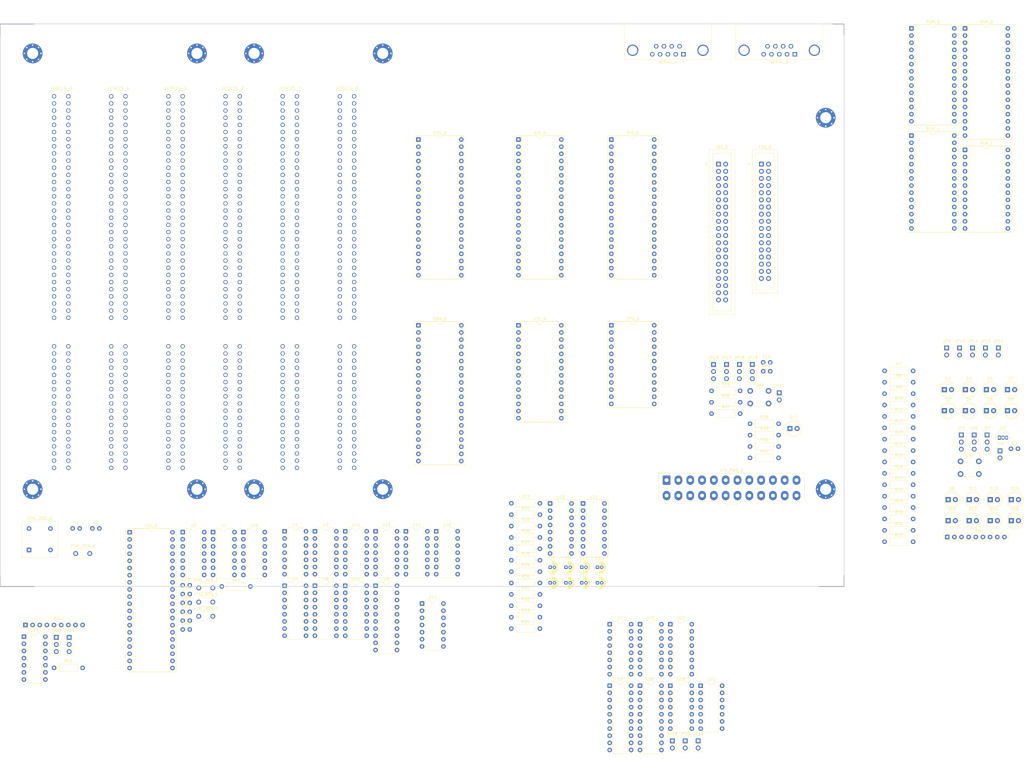
<source format=kicad_pcb>
(kicad_pcb (version 20241229) (generator "pcbnew") (generator_version "9.0")
  (title_block (title "Decimal ATX Motherboard (dATX)") (date "2025-08-10") (rev "0") (company "Jules Carboni") (comment 1 "dATX:   300×200 mm") (comment 2 "ISO A4: 297×210 mm"))
  (layers (0 "F.Cu" signal) (2 "B.Cu" signal) (13 "F.Paste" user) (15 "B.Paste" user) (5 "F.SilkS" user "F.Silkscreen") (7 "B.SilkS" user "B.Silkscreen") (1 "F.Mask" user) (3 "B.Mask" user) (25 "Edge.Cuts" user))
  (net 0 "")
  (net 389 "Net-(JP27-B)")
  (net 391 "Net-(FDC_0-CLK2)")
  (net 392 "Net-(D17-K)")
  (net 402 "GND")
  (net 403 "+3.3V")
  (net 404 "+5V")
  (net 405 "+12V")
  (net 406 "-12V")
  (net 407 "PWR_OK")
  (net 408 "-5V")
  (net 409 "PS_ON")
  (net 410 "+5VSB")
  (net 411 "Net-(C1-Pad1)")
  (net 412 "Net-(C2-Pad2)")
  (net 413 "Net-(C2-Pad1)")
  (net 414 "Net-(R2-Pad2)")
  (net 415 "BUSAK")
  (net 416 "CLK")
  (net 417 "RESET")
  (net 418 "MREQ")
  (net 419 "RFSH")
  (net 420 "NMI")
  (net 421 "INT")
  (net 422 "IORQ")
  (net 423 "M1")
  (net 424 "WAIT")
  (net 425 "HALT")
  (net 426 "RD")
  (net 427 "WR")
  (net 428 "BUSRQ")
  (net 429 "Net-(JP4-A)")
  (net 430 "Net-(D1-K)")
  (net 431 "Net-(D2-K)")
  (net 432 "CLK2")
  (net 433 "Net-(D3-K)")
  (net 434 "Net-(D4-K)")
  (net 435 "Net-(D5-K)")
  (net 436 "Net-(D6-K)")
  (net 437 "Net-(D7-K)")
  (net 438 "Net-(D8-K)")
  (net 439 "SEL_RAM")
  (net 440 "Net-(JP5-B)")
  (net 441 "Net-(JP5-A)")
  (net 442 "Net-(JP6-B)")
  (net 443 "SEL_ROM")
  (net 444 "Net-(JP6-A)")
  (net 448 "Net-(R7-Pad2)")
  (net 449 "Net-(R16-Pad2)")
  (net 450 "Net-(R17-Pad2)")
  (net 451 "MA15")
  (net 470 "MA16")
  (net 473 "MA18")
  (net 475 "MA17")
  (net 543 "Net-(CTC_0-~{CE})")
  (net 544 "Net-(CTC_0-CS1)")
  (net 545 "IE_1")
  (net 546 "Net-(CTC_0-CS0)")
  (net 547 "IE_0")
  (net 548 "Net-(D9-K)")
  (net 549 "Net-(D9-A)")
  (net 550 "Net-(D10-A)")
  (net 551 "Net-(D10-K)")
  (net 552 "Net-(D11-K)")
  (net 553 "Net-(D11-A)")
  (net 554 "Net-(D12-A)")
  (net 555 "Net-(D12-K)")
  (net 556 "Net-(D13-A)")
  (net 557 "Net-(D13-K)")
  (net 558 "Net-(D14-K)")
  (net 559 "Net-(D14-A)")
  (net 560 "Net-(D15-K)")
  (net 561 "Net-(D15-A)")
  (net 562 "Net-(D16-A)")
  (net 563 "Net-(D16-K)")
  (net 564 "IE_2")
  (net 565 "IE_3")
  (net 566 "Net-(SIO_0-~{CE})")
  (net 567 "Net-(SIO_0-C{slash}~{D})")
  (net 568 "Net-(CTC_0-ZC{slash}TO1)")
  (net 569 "Net-(CTC_0-ZC{slash}TO0)")
  (net 570 "Net-(CTC_0-CLK{slash}TRG0)")
  (net 571 "Net-(JP10-B)")
  (net 572 "Net-(JP13-B)")
  (net 573 "Net-(U10-C1+)")
  (net 574 "Net-(U10-C1-)")
  (net 575 "Net-(U10-C2-)")
  (net 576 "Net-(U10-C2+)")
  (net 577 "Net-(U10-VS+)")
  (net 578 "Net-(U10-VS-)")
  (net 579 "Net-(U11-C1-)")
  (net 580 "Net-(U11-C1+)")
  (net 581 "Net-(U11-C2+)")
  (net 582 "Net-(U11-C2-)")
  (net 583 "Net-(U11-VS+)")
  (net 584 "Net-(U11-VS-)")
  (net 585 "Net-(SIO_0-~{RTSB})")
  (net 586 "Net-(U11-T2I)")
  (net 587 "Net-(U11-R2O)")
  (net 588 "Net-(SIO_0-~{CTSB})")
  (net 589 "Net-(U10-T2I)")
  (net 590 "Net-(U10-R2O)")
  (net 591 "Net-(U11-R1O)")
  (net 592 "RXB")
  (net 593 "TXB")
  (net 594 "Net-(U11-T1I)")
  (net 595 "RXA")
  (net 596 "Net-(U10-R1O)")
  (net 597 "Net-(U10-T1I)")
  (net 598 "TXA")
  (net 599 "Net-(U10-R1I)")
  (net 600 "Net-(U10-T1O)")
  (net 601 "Net-(U10-T2O)")
  (net 602 "Net-(U10-R2I)")
  (net 603 "Net-(U11-R1I)")
  (net 604 "Net-(U11-T2O)")
  (net 605 "Net-(U11-T1O)")
  (net 606 "Net-(U11-R2I)")
  (net 607 "Net-(FDC_0-CLK1)")
  (net 608 "Net-(C17-Pad2)")
  (net 609 "TX")
  (net 610 "RX")
  (net 611 "RTSA")
  (net 612 "TX2")
  (net 613 "CTSA")
  (net 614 "RX2")
  (net 615 "IRQ2")
  (net 616 "IRQ7")
  (net 617 "IRQ1")
  (net 618 "IRQ5")
  (net 619 "IRQ_TAPE")
  (net 620 "IRQ4")
  (net 621 "IRQ3")
  (net 622 "SEL_PIO")
  (net 623 "IRQ_FPU")
  (net 624 "IRQ6")
  (net 625 "IRQ_IDE")
  (net 626 "IRQ0")
  (net 627 "Net-(PIO_0-~{M1})")
  (net 628 "IRQ_FDC")
  (net 629 "Net-(R35-Pad2)")
  (net 630 "RD_FPU")
  (net 632 "Net-(IDE_0-Pin_34)")
  (net 634 "Net-(IDE_0-Pin_37)")
  (net 651 "Net-(IDE_0-Pin_39)")
  (net 654 "IDER")
  (net 657 "IDEW")
  (net 659 "Net-(IDE_0-Pin_29)")
  (net 661 "Net-(IDE_0-Pin_38)")
  (net 662 "Net-(FPU_0-CLK)")
  (net 663 "WR_FPU")
  (net 664 "Net-(JP27-A)")
  (net 665 "Net-(JP25-A)")
  (net 668 "Net-(U1-Pad10)")
  (net 669 "Net-(JP2-A)")
  (net 670 "Net-(U9-Cp)")
  (net 671 "Net-(U8-~{Y4})")
  (net 675 "Net-(U4B-A0)")
  (net 676 "ADDRESS")
  (net 677 "Net-(U4A-A0)")
  (net 698 "Net-(U12-Pad3)")
  (net 699 "Net-(U13A-~{R})")
  (net 700 "Net-(U13A-Q)")
  (net 703 "Net-(U13B-Q)")
  (net 705 "Net-(U14-Pad3)")
  (net 721 "Net-(U8-~{E1})")
  (net 722 "Net-(U12-Pad12)")
  (net 723 "SEL_TAPE")
  (net 724 "SEL_FDC")
  (net 725 "SEL_FPU")
  (net 726 "Net-(C21-Pad1)")
  (net 727 "Net-(C22-Pad2)")
  (net 728 "Net-(C22-Pad1)")
  (net 729 "Net-(C24-Pad1)")
  (net 730 "Net-(C25-Pad1)")
  (net 731 "Net-(C25-Pad2)")
  (net 732 "Net-(C27-Pad1)")
  (net 733 "Net-(C28-Pad2)")
  (net 734 "Net-(C28-Pad1)")
  (net 740 "CLK_FDC96")
  (net 746 "Net-(JP29-B)")
  (net 748 "Net-(JP30-B)")
  (net 749 "Net-(FPU_0-RESET)")
  (net 750 "Net-(FPU_0-~{EACK})")
  (net 752 "Net-(R46-Pad2)")
  (net 753 "Net-(R48-Pad2)")
  (net 754 "Net-(R43-Pad2)")
  (net 755 "Net-(FDC_0-~{STEP})")
  (net 756 "Net-(FDC_0-~{DS4}~{MO2})")
  (net 757 "Net-(FDC_0-~{WE})")
  (net 758 "Net-(FDC_0-~{DS3}~{MO1})")
  (net 759 "Net-(FDC_0-~{DS1})")
  (net 760 "Net-(FDC_0-~{WD})")
  (net 761 "Net-(FDC_0-~{IDX})")
  (net 762 "Net-(FDC_0-RST)")
  (net 763 "Net-(FDC_0-~{HS})")
  (net 764 "Net-(FDC_0-~{TR00})")
  (net 765 "Net-(FDC_0-~{DS2})")
  (net 766 "Net-(FDC_0-WP)")
  (net 767 "Net-(FDC_0-~{RDD})")
  (net 768 "Net-(FDC_0-~{DIRC})")
  (net 769 "Net-(FDC_0-~{RPM}~{RWC})")
  (net 770 "Net-(JP7-A)")
  (net 771 "Net-(FDC_0-~{DACK})")
  (net 772 "Net-(FDC_0-~{LDCR})")
  (net 773 "Net-(FDC_0-~{LDOR})")
  (net 774 "Net-(FDC_0-TC)")
  (net 775 "Net-(FDC_0-~{CS})")
  (net 776 "Net-(FDD_0-Pin_6)")
  (net 777 "Net-(FDD_0-Pin_3)")
  (net 778 "Net-(JP23-A)")
  (net 779 "Net-(JP23-B)")
  (net 780 "Net-(JP24-A)")
  (net 785 "Net-(U5-P=R)")
  (net 793 "Net-(U6-Q4)")
  (net 798 "Net-(U6-Q1)")
  (net 800 "Net-(U6-Q3)")
  (net 802 "Net-(U6-Q2)")
  (net 804 "Net-(U20-~{Y7})")
  (net 805 "DATA")
  (net 806 "Net-(U20-~{Y1})")
  (net 813 "Net-(U21B-D)")
  (net 814 "Net-(U21A-D)")
  (net 827 "DREQ2")
  (net 828 "DREQ5")
  (net 829 "BUSREQ")
  (net 830 "DREQ3")
  (net 831 "BUSACK")
  (net 832 "DACK0")
  (net 833 "DREQ4")
  (net 834 "DACK2")
  (net 835 "RESET2")
  (net 836 "DACK1")
  (net 837 "DREQ0")
  (net 838 "DACK5")
  (net 839 "DACK4")
  (net 840 "DACK3")
  (net 841 "DREQ1")
  (footprint "Package_DIP:DIP-28_W15.24mm_Socket" (layer "F.Cu") (at 355.6 74.93)
    (property "Reference" "ROM_1")
    (property "Value" "W27C512")
  )
  (footprint "Package_DIP:DIP-40_W15.24mm_Socket" (layer "F.Cu") (at 77.67 215.96)
    (property "Reference" "FDC_0")
    (property "Value" "GM82C765B")
  )
  (footprint "Resistor_THT:R_Axial_DIN0207_L6.3mm_D2.5mm_P10.16mm_Horizontal" (layer "F.Cu") (at 213.36 238.04)
    (property "Reference" "R31")
    (property "Value" "2K2")
  )
  (footprint "Capacitor_THT:CP_Radial_D4.0mm_P1.50mm" (layer "F.Cu") (at 243.989204 233.93)
    (property "Reference" "C14")
    (property "Value" "1uF")
  )
  (footprint "Resistor_THT:R_Axial_DIN0207_L6.3mm_D2.5mm_P10.16mm_Horizontal" (layer "F.Cu") (at 346.05 174.77)
    (property "Reference" "R11")
    (property "Value" "R")
  )
  (footprint "Connector_PinHeader_2.54mm:PinHeader_1x02_P2.54mm_Vertical" (layer "F.Cu") (at 279.78 290.1)
    (property "Reference" "JP30")
    (property "Value" "FPU_CLKd4")
  )
  (footprint "Connector_PinHeader_2.54mm:PinHeader_1x02_P2.54mm_Vertical" (layer "F.Cu") (at 270.6 290.1)
    (property "Reference" "JP28")
    (property "Value" "FPU_CLKd1")
  )
  (footprint "Resistor_THT:R_Axial_DIN0207_L6.3mm_D2.5mm_P10.16mm_Horizontal" (layer "F.Cu") (at 298.22 189.51)
    (property "Reference" "R41")
    (property "Value" "4K7")
  )
  (footprint "Carboni_Library:JC100_Bus_16b" (layer "F.Cu") (at 73.66 60.96)
    (property "Reference" "JCBUS_4")
    (property "Value" "JC100" (hide yes))
  )
  (footprint "Capacitor_THT:C_Disc_D3.0mm_W1.6mm_P2.50mm" (layer "F.Cu") (at 302.9 155.56)
    (property "Reference" "C16")
    (property "Value" "100nF")
  )
  (footprint "HOLE" (layer "F.Cu") (at 101.6048 45.72)
    (property "Reference" "")
    (property "Value" "")
  )
  (footprint "Capacitor_THT:CP_Radial_D4.0mm_P1.50mm" (layer "F.Cu") (at 227.174801 228.38)
    (property "Reference" "C7")
    (property "Value" "1uF")
  )
  (footprint "HOLE" (layer "F.Cu") (at 43.1848 200.66)
    (property "Reference" "")
    (property "Value" "")
  )
  (footprint "Resistor_THT:R_Axial_DIN0207_L6.3mm_D2.5mm_P10.16mm_Horizontal" (layer "F.Cu") (at 213.36 229.94)
    (property "Reference" "R29")
    (property "Value" "2K2")
  )
  (footprint "HOLE" (layer "F.Cu") (at 167.6448 45.72)
    (property "Reference" "")
    (property "Value" "")
  )
  (footprint "Package_DIP:DIP-16_W7.62mm_Socket" (layer "F.Cu") (at 238.85 205.72)
    (property "Reference" "U11")
    (property "Value" "MAX232")
  )
  (footprint "LED_THT:LED_D5.0mm" (layer "F.Cu") (at 391.11 204.35)
    (property "Reference" "D15")
    (property "Value" "L2")
  )
  (footprint "Package_DIP:DIP-16_W7.62mm" (layer "F.Cu") (at 143.54 234.95)
    (property "Reference" "U8")
    (property "Value" "74HCT138")
  )
  (footprint "Resistor_THT:R_Axial_DIN0207_L6.3mm_D2.5mm_P10.16mm_Horizontal" (layer "F.Cu") (at 346.05 219.32)
    (property "Reference" "R22")
    (property "Value" "100K")
  )
  (footprint "Package_DIP:DIP-40_W15.24mm_Socket" (layer "F.Cu") (at 180.34 76.34)
    (property "Reference" "CPU_0")
    (property "Value" "Z80CPU-DIP")
  )
  (footprint "Capacitor_THT:CP_Radial_D4.0mm_P1.50mm" (layer "F.Cu") (at 243.989204 228.38)
    (property "Reference" "C13")
    (property "Value" "1uF")
  )
  (footprint "HOLE" (layer "F.Cu") (at 325.1248 200.66)
    (property "Reference" "")
    (property "Value" "")
  )
  (footprint "Package_DIP:DIP-32_W15.24mm_Socket" (layer "F.Cu") (at 374.65 36.83)
    (property "Reference" "RAM_0")
    (property "Value" "AS6C4008")
  )
  (footprint "HOLE" (layer "F.Cu") (at 43.1848 45.72)
    (property "Reference" "")
    (property "Value" "")
  )
  (footprint "Connector_PinHeader_2.54mm:PinHeader_1x02_P2.54mm_Vertical" (layer "F.Cu") (at 275.19 290.1)
    (property "Reference" "JP29")
    (property "Value" "FPU_CLKd2")
  )
  (footprint "Package_DIP:DIP-14_W7.62mm" (layer "F.Cu") (at 154.32 215.61)
    (property "Reference" "U12")
    (property "Value" "74LS00")
  )
  (footprint "LED_THT:LED_D5.0mm" (layer "F.Cu") (at 389.75 165.25)
    (property "Reference" "D7")
    (property "Value" "3.3V")
  )
  (footprint "Package_DIP:DIP-14_W7.62mm" (layer "F.Cu") (at 175.88 215.61)
    (property "Reference" "U14")
    (property "Value" "74LS32")
  )
  (footprint "Package_DIP:DIP-14_W7.62mm" (layer "F.Cu") (at 40.1 253.06)
    (property "Reference" "U19")
    (property "Value" "74LS04")
  )
  (footprint "Button_Switch_THT:SW_PUSH_6mm" (layer "F.Cu") (at 373.06 190.74)
    (property "Reference" "SW1")
    (property "Value" "RESET")
  )
  (footprint "Crystal:Resonator-2Pin_W6.0mm_H3.0mm" (layer "F.Cu") (at 102.24 245.82)
    (property "Reference" "XTAL_RES_2")
    (property "Value" "XTAL RES FDC 9.6MHz")
  )
  (footprint "Connector_PinHeader_2.54mm:PinHeader_1x03_P2.54mm_Vertical" (layer "F.Cu") (at 285.26 156.28)
    (property "Reference" "JP16")
    (property "Value" "TX1")
  )
  (footprint "Package_DIP:DIP-14_W7.62mm" (layer "F.Cu") (at 186.66 215.61)
    (property "Reference" "U16")
    (property "Value" "74LS00")
  )
  (footprint "Package_DIP:DIP-14_W7.62mm" (layer "F.Cu") (at 165.1 215.61)
    (property "Reference" "U13")
    (property "Value" "74HCT74")
  )
  (footprint "Resistor_THT:R_Axial_DIN0207_L6.3mm_D2.5mm_P10.16mm_Horizontal" (layer "F.Cu") (at 213.36 205.64)
    (property "Reference" "R23")
    (property "Value" "2K2")
  )
  (footprint "Connector_PinHeader_2.54mm:PinHeader_1x02_P2.54mm_Vertical" (layer "F.Cu") (at 387.1 186.99)
    (property "Reference" "JP4")
    (property "Value" "RESET")
  )
  (footprint "LED_THT:LED_D5.0mm" (layer "F.Cu") (at 389.75 172.72)
    (property "Reference" "D8")
    (property "Value" "-5V")
  )
  (footprint "Package_DIP:DIP-20_W7.62mm" (layer "F.Cu") (at 248.33 270.5)
    (property "Reference" "U5")
    (property "Value" "74HCT688")
  )
  (footprint "Connector_PinHeader_2.54mm:PinHeader_1x02_P2.54mm_Vertical" (layer "F.Cu") (at 381.9 150.4)
    (property "Reference" "JP13")
    (property "Value" "CLK_SIOB")
  )
  (footprint "Connector_PinHeader_2.54mm:PinHeader_1x03_P2.54mm_Vertical" (layer "F.Cu") (at 56.18 253.3)
    (property "Reference" "JP24")
    (property "Value" "FDC_JP2")
  )
  (footprint "Carboni_Library:JC100_Bus_16b" (layer "F.Cu") (at 114.3 60.96)
    (property "Reference" "JCBUS_2")
    (property "Value" "JC100" (hide yes))
  )
  (footprint "Package_DIP:DIP-28_W15.24mm_Socket" (layer "F.Cu") (at 355.6 36.83)
    (property "Reference" "ROM_0")
    (property "Value" "W27C512")
  )
  (footprint "LED_THT:LED_D5.0mm" (layer "F.Cu") (at 368.67 211.82)
    (property "Reference" "D10")
    (property "Value" "L7")
  )
  (footprint "LED_THT:LED_D5.0mm" (layer "F.Cu") (at 383.63 211.82)
    (property "Reference" "D14")
    (property "Value" "L3")
  )
  (footprint "Capacitor_THT:C_Disc_D3.0mm_W1.6mm_P2.50mm" (layer "F.Cu") (at 96.54 237.92)
    (property "Reference" "C22")
    (property "Value" "100nF")
  )
  (footprint "Resistor_THT:R_Axial_DIN0207_L6.3mm_D2.5mm_P10.16mm_Horizontal" (layer "F.Cu") (at 346.05 158.57)
    (property "Reference" "R7")
    (property "Value" "R")
  )
  (footprint "Resistor_THT:R_Axial_DIN0207_L6.3mm_D2.5mm_P10.16mm_Horizontal" (layer "F.Cu") (at 346.05 199.07)
    (property "Reference" "R17")
    (property "Value" "100K")
  )
  (footprint "Resistor_THT:R_Axial_DIN0207_L6.3mm_D2.5mm_P10.16mm_Horizontal" (layer "F.Cu") (at 346.05 211.22)
    (property "Reference" "R20")
    (property "Value" "100K")
  )
  (footprint "LED_THT:LED_D5.0mm" (layer "F.Cu") (at 376.15 211.82)
    (property "Reference" "D12")
    (property "Value" "L5")
  )
  (footprint "Connector_PinHeader_2.54mm:PinHeader_1x02_P2.54mm_Vertical" (layer "F.Cu") (at 377.31 150.4)
    (property "Reference" "JP12")
    (property "Value" "CTC_SIOA")
  )
  (footprint "Connector_Molex:Molex_Mini-Fit_Jr_5566-24A_2x12_P4.20mm_Vertical" (layer "F.Cu") (at 268.56 197.41)
    (property "Reference" "ATX_PWR_0")
    (property "Value" "Power Supply")
  )
  (footprint "Carboni_Library:JC100_Bus_16b" (layer "F.Cu") (at 134.62 60.96)
    (property "Reference" "JCBUS_1")
    (property "Value" "JC100" (hide yes))
  )
  (footprint "Capacitor_THT:CP_Radial_D4.0mm_P1.50mm" (layer "F.Cu") (at 227.174801 233.93)
    (property "Reference" "C8")
    (property "Value" "1uF")
  )
  (footprint "Connector_PinHeader_2.54mm:PinHeader_1x03_P2.54mm_Vertical" (layer "F.Cu") (at 51.59 253.3)
    (property "Reference" "JP23")
    (property "Value" "FDC_JP1")
  )
  (footprint "LED_THT:LED_D5.0mm" (layer "F.Cu") (at 367.31 165.25)
    (property "Reference" "D1")
    (property "Value" "RESET")
  )
  (footprint "LED_THT:LED_D5.0mm" (layer "F.Cu") (at 374.79 172.72)
    (property "Reference" "D4")
    (property "Value" "+5V")
  )
  (footprint "Resistor_THT:R_Axial_DIN0207_L6.3mm_D2.5mm_P10.16mm_Horizontal" (layer "F.Cu") (at 213.36 209.69)
    (property "Reference" "R24")
    (property "Value" "2K2")
  )
  (footprint "Package_DIP:DIP-16_W7.62mm" (layer "F.Cu") (at 259.11 248.63)
    (property "Reference" "U20")
    (property "Value" "74HCT138")
  )
  (footprint "Resistor_THT:R_Axial_DIN0207_L6.3mm_D2.5mm_P10.16mm_Horizontal" (layer "F.Cu") (at 346.05 162.62)
    (property "Reference" "R8")
    (property "Value" "R")
  )
  (footprint "Resistor_THT:R_Axial_DIN0207_L6.3mm_D2.5mm_P10.16mm_Horizontal" (layer "F.Cu") (at 346.05 186.92)
    (property "Reference" "R14")
    (property "Value" "R")
  )
  (footprint "Resistor_THT:R_Axial_DIN0207_L6.3mm_D2.5mm_P10.16mm_Horizontal" (layer "F.Cu") (at 213.36 246.14)
    (property "Reference" "R33")
    (property "Value" "100K")
  )
  (footprint "HOLE" (layer "F.Cu") (at 121.9248 45.72)
    (property "Reference" "")
    (property "Value" "")
  )
  (footprint "LED_THT:LED_D5.0mm" (layer "F.Cu") (at 376.15 204.35)
    (property "Reference" "D11")
    (property "Value" "L6")
  )
  (footprint "HOLE" (layer "F.Cu") (at 167.6448 200.66)
    (property "Reference" "")
    (property "Value" "")
  )
  (footprint "Package_DIP:DIP-14_W7.62mm" (layer "F.Cu") (at 181.61 241.3)
    (property "Reference" "U14")
    (property "Value" "74LS32")
  )
  (footprint "Capacitor_THT:C_Disc_D3.0mm_W1.6mm_P2.50mm" (layer "F.Cu") (at 390.97 186.27)
    (property "Reference" "C3")
    (property "Value" "1nF")
  )
  (footprint "Package_DIP:DIP-24_W15.24mm_Socket" (layer "F.Cu") (at 248.92 142.38)
    (property "Reference" "FPU_0")
    (property "Value" "Am9511")
  )
  (footprint "Package_DIP:DIP-14_W7.62mm" (layer "F.Cu") (at 143.54 215.61)
    (property "Reference" "U3")
    (property "Value" "74AHCT125")
  )
  (footprint "Package_DIP:DIP-16_W7.62mm" (layer "F.Cu") (at 269.89 248.63)
    (property "Reference" "U22")
    (property "Value" "74LS139")
  )
  (footprint "LED_THT:LED_D5.0mm" (layer "F.Cu") (at 368.67 204.35)
    (property "Reference" "D9")
    (property "Value" "L8")
  )
  (footprint "Connector_PinHeader_2.54mm:PinHeader_1x03_P2.54mm_Vertical" (layer "F.Cu") (at 377.92 181.34)
    (property "Reference" "JP6")
    (property "Value" "ROM_SELECT")
  )
  (footprint "Package_DIP:DIP-24_W15.24mm_Socket" (layer "F.Cu") (at 374.65 80.01)
    (property "Reference" "RAM_1")
    (property "Value" "IDT6116")
  )
  (footprint "LED_THT:LED_D5.0mm" (layer "F.Cu") (at 374.79 165.25)
    (property "Reference" "D3")
    (property "Value" "CLK2")
  )
  (footprint "Resistor_THT:R_Axial_DIN0207_L6.3mm_D2.5mm_P10.16mm_Horizontal" (layer "F.Cu") (at 213.36 233.99)
    (property "Reference" "R30")
    (property "Value" "2K2")
  )
  (footprint "Connector_PinHeader_2.54mm:PinHeader_1x03_P2.54mm_Vertical" (layer "F.Cu") (at 289.85 156.28)
    (property "Reference" "JP17")
    (property "Value" "RX1")
  )
  (footprint "LED_THT:LED_D5.0mm" (layer "F.Cu") (at 383.63 204.35)
    (property "Reference" "D13")
    (property "Value" "L4")
  )
  (footprint "Capacitor_THT:CP_Radial_D4.0mm_P1.50mm" (layer "F.Cu") (at 232.779602 233.93)
    (property "Reference" "C10")
    (property "Value" "1uF")
  )
  (footprint "Resistor_THT:R_Axial_DIN0207_L6.3mm_D2.5mm_P10.16mm_Horizontal" (layer "F.Cu") (at 346.05 203.12)
    (property "Reference" "R18")
    (property "Value" "4K7")
  )
  (footprint "Carboni_Library:JC100_Bus_16b" (layer "F.Cu") (at 53.34 60.96)
    (property "Reference" "JCBUS_5")
    (property "Value" "JC100" (hide yes))
  )
  (footprint "Resistor_THT:R_Axial_DIN0207_L6.3mm_D2.5mm_P10.16mm_Horizontal" (layer "F.Cu") (at 284.54 173.78)
    (property "Reference" "R37")
    (property "Value" "10K")
  )
  (footprint "HOLE" (layer "F.Cu") (at 121.9248 200.66)
    (property "Reference" "")
    (property "Value" "")
  )
  (footprint "Carboni_Library:JC100_Bus_16b" (layer "F.Cu") (at 93.98 60.96)
    (property "Reference" "JCBUS_3")
    (property "Value" "JC100" (hide yes))
  )
  (footprint "Package_TO_SOT_THT:TO-92L_Inline" (layer "F.Cu") (at 386.88 182.32)
    (property "Reference" "U2")
    (property "Value" "DS1233")
  )
  (footprint "Resistor_THT:R_Axial_DIN0207_L6.3mm_D2.5mm_P10.16mm_Horizontal" (layer "F.Cu") (at 346.05 195.02)
    (property "Reference" "R16")
    (property "Value" "10K")
  )
  (footprint "Connector_IDC:IDC-Header_2x17_P2.54mm_Vertical" (layer "F.Cu") (at 302.26 85.09)
    (property "Reference" "FDD_0")
    (property "Value" "Floppy_IBM")
  )
  (footprint "Package_DIP:DIP-28_W15.24mm_Socket" (layer "F.Cu") (at 215.9 142.38)
    (property "Reference" "CTC_0")
    (property "Value" "CTC-DIP-28")
  )
  (footprint "Capacitor_THT:C_Disc_D3.0mm_W1.6mm_P2.50mm" (layer "F.Cu") (at 302.9 158.71)
    (property "Reference" "C17")
    (property "Value" "100nF")
  )
  (footprint "Connector_IDC:IDC-Header_2x20_P2.54mm_Vertical" (layer "F.Cu") (at 287.02 85.09)
    (property "Reference" "IDE_0")
    (property "Value" "CompactFlash")
  )
  (footprint "Resistor_THT:R_Axial_DIN0207_L6.3mm_D2.5mm_P10.16mm_Horizontal" (layer "F.Cu") (at 298.22 177.36)
    (property "Reference" "R38")
    (property "Value" "4K7")
  )
  (footprint "LED_THT:LED_D5.0mm" (layer "F.Cu") (at 382.27 172.72)
    (property "Reference" "D6")
    (property "Value" "-12V")
  )
  (footprint "Package_DIP:DIP-14_W7.62mm" (layer "F.Cu") (at 118.11 215.9)
    (property "Reference" "U19")
    (property "Value" "74LS04")
  )
  (footprint "Package_DIP:DIP-14_W7.62mm" (layer "F.Cu") (at 107.33 215.9)
    (property "Reference" "U1")
    (property "Value" "74LS04")
  )
  (footprint "Resistor_THT:R_Axial_DIN0207_L6.3mm_D2.5mm_P10.16mm_Horizontal" (layer "F.Cu") (at 298.22 181.41)
    (property "Reference" "R39")
    (property "Value" "4K7")
  )
  (footprint "LED_THT:LED_D5.0mm" (layer "F.Cu") (at 367.31 172.72)
    (property "Reference" "D2")
    (property "Value" "CLK")
  )
  (footprint "Connector_PinHeader_2.54mm:PinHeader_1x02_P2.54mm_Vertical" (layer "F.Cu") (at 308.61 166.37)
    (property "Reference" "JP27")
    (property "Value" "POWER")
  )
  (footprint "Oscillator:Oscillator_DIP-8" (layer "F.Cu") (at 41.91 222.25)
    (property "Reference" "XTAL_OSC_0")
    (property "Value" "Crystal Oscillator")
  )
  (footprint "Resistor_THT:R_Axial_DIN0207_L6.3mm_D2.5mm_P10.16mm_Horizontal" (layer "F.Cu") (at 110.44 235.22)
    (property "Reference" "R44")
    (property "Value" "10K")
  )
  (footprint "Resistor_THT:R_Axial_DIN0207_L6.3mm_D2.5mm_P10.16mm_Horizontal" (layer "F.Cu") (at 346.05 182.87)
    (property "Reference" "R13")
    (property "Value" "R")
  )
  (footprint "Capacitor_THT:C_Disc_D3.0mm_W1.6mm_P2.50mm" (layer "F.Cu") (at 64.42 214.58)
    (property "Reference" "C2")
    (property "Value" "100nF")
  )
  (footprint "HOLE" (layer "F.Cu") (at 101.6048 200.66)
    (property "Reference" "")
    (property "Value" "")
  )
  (footprint "Resistor_THT:R_Axial_DIN0207_L6.3mm_D2.5mm_P10.16mm_Horizontal" (layer "F.Cu") (at 213.36 225.89)
    (property "Reference" "R28")
    (property "Value" "100K")
  )
  (footprint "Package_DIP:DIP-14_W7.62mm" (layer "F.Cu") (at 132.76 215.61)
    (property "Reference" "U1")
    (property "Value" "74LS04")
  )
  (footprint "Connector_PinHeader_2.54mm:PinHeader_1x03_P2.54mm_Vertical" (layer "F.Cu") (at 299.03 156.28)
    (property "Reference" "JP19")
    (property "Value" "RX2")
  )
  (footprint "Connector_PinHeader_2.54mm:PinHeader_1x02_P2.54mm_Vertical" (layer "F.Cu") (at 372.72 150.4)
    (property "Reference" "JP10")
    (property "Value" "CLK_SIOA")
  )
  (footprint "Resistor_THT:R_Axial_DIN0207_L6.3mm_D2.5mm_P10.16mm_Horizontal" (layer "F.Cu") (at 346.05 215.27)
    (property "Reference" "R21")
    (property "Value" "100K")
  )
  (footprint "Capacitor_THT:C_Disc_D3.0mm_W1.6mm_P2.50mm" (layer "F.Cu") (at 96.54 250.52)
    (property "Reference" "C28")
    (property "Value" "100nF")
  )
  (footprint "HOLE" (layer "F.Cu") (at 325.1248 68.58)
    (property "Reference" "")
    (property "Value" "")
  )
  (footprint "Connector_PinHeader_2.54mm:PinHeader_1x02_P2.54mm_Vertical" (layer "F.Cu") (at 386.49 150.4)
    (property "Reference" "JP14")
    (property "Value" "CLK2_SIOB")
  )
  (footprint "Package_DIP:DIP-16_W7.62mm" (layer "F.Cu") (at 154.32 234.95)
    (property "Reference" "U15")
    (property "Value" "74HCT138")
  )
  (footprint "Connector_Dsub:DSUB-9_Pins_Horizontal_P2.77x2.84mm_EdgePinOffset7.70mm_Housed_MountingHolesOffset9.12mm" (layer "F.Cu") (at 314.15 46.02 180)
    (property "Reference" "SERIAL_0")
    (property "Value" "DE9_Pins")
  )
  (footprint "Package_DIP:DIP-20_W7.62mm" (layer "F.Cu") (at 259.11 270.5)
    (property "Reference" "U6")
    (property "Value" "74HCT273")
  )
  (footprint "Resistor_THT:R_Axial_DIN0207_L6.3mm_D2.5mm_P10.16mm_Horizontal" (layer "F.Cu") (at 346.05 207.17)
    (property "Reference" "R19")
    (property "Value" "100K")
  )
  (footprint "Package_DIP:DIP-14_W7.62mm" (layer "F.Cu") (at 280.67 270.51)
    (property "Reference" "U21")
    (property "Value" "74LS74")
  )
  (footprint "Resistor_THT:R_Axial_DIN0207_L6.3mm_D2.5mm_P10.16mm_Horizontal" (layer "F.Cu") (at 213.36 213.74)
    (property "Reference" "R25")
    (property "Value" "2K2")
  )
  (footprint "Crystal:Resonator-2Pin_W6.0mm_H3.0mm" (layer "F.Cu") (at 102.24 240.77)
    (property "Reference" "XTAL_RES_1")
    (property "Value" "XTAL RES FDC 16MHz")
  )
  (footprint "Package_DIP:DIP-14_W7.62mm" (layer "F.Cu") (at 96.55 215.9)
    (property "Reference" "U0")
    (property "Value" "74LS00")
  )
  (footprint "Connector_PinHeader_2.54mm:PinHeader_1x03_P2.54mm_Vertical" (layer "F.Cu") (at 382.51 181.34)
    (property "Reference" "JP7")
    (property "Value" "ROM_WRITE")
  )
  (footprint "Package_DIP:DIP-16_W7.62mm" (layer "F.Cu") (at 132.76 234.95)
    (property "Reference" "U4")
    (property "Value" "74HCT139")
  )
  (footprint "Carboni_Library:JC100_Bus_16b" (layer "F.Cu") (at 154.94 60.96)
    (property "Reference" "JCBUS_0")
    (property "Value" "JC100" (hide yes))
  )
  (footprint "Package_DIP:DIP-40_W15.24mm_Socket" (layer "F.Cu") (at 248.92 76.34)
    (property "Reference" "PIO_0")
    (property "Value" "PIO-DIP-40")
  )
  (footprint "Package_DIP:DIP-40_W15.24mm_Socket" (layer "F.Cu") (at 180.34 142.38)
    (property "Reference" "DMA_0")
    (property "Value" "DMA-DIP-40")
  )
  (footprint "Capacitor_THT:C_Disc_D3.0mm_W1.6mm_P2.50mm" (layer "F.Cu") (at 96.54 241.07)
    (property "Reference" "C24")
    (property "Value" "120pF")
  )
  (footprint "Resistor_THT:R_Axial_DIN0207_L6.3mm_D2.5mm_P10.16mm_Horizontal" (layer "F.Cu") (at 213.36 250.19)
    (property "Reference" "R34")
    (property "Value" "100K")
  )
  (footprint "Resistor_THT:R_Axial_DIN0207_L6.3mm_D2.5mm_P10.16mm_Horizontal" (layer "F.Cu") (at 298.22 185.46)
    (property "Reference" "R40")
    (property "Value" "4K7")
  )
  (footprint "Package_DIP:DIP-16_W7.62mm_Socket" (layer "F.Cu") (at 227.14 205.72)
    (property "Reference" "U10")
    (property "Value" "MAX232")
  )
  (footprint "Package_DIP:DIP-14_W7.62mm" (layer "F.Cu") (at 269.89 270.51)
    (property "Reference" "U18")
    (property "Value" "74AHCT125")
  )
  (footprint "LED_THT:LED_D5.0mm" (layer "F.Cu") (at 391.11 211.82)
    (property "Reference" "D16")
    (property "Value" "L1")
  )
  (footprint "Resistor_THT:R_Axial_DIN0207_L6.3mm_D2.5mm_P10.16mm_Horizontal" (layer "F.Cu") (at 213.36 221.84)
    (property "Reference" "R27")
    (property "Value" "100K")
  )
  (footprint "Connector_Dsub:DSUB-9_Pins_Horizontal_P2.77x2.84mm_EdgePinOffset7.70mm_Housed_MountingHolesOffset9.12mm" (layer "F.Cu") (at 274.55 46.02 180)
    (property "Reference" "SERIAL_1")
    (property "Value" "DE9_Pins")
  )
  (footprint "Resistor_THT:R_Axial_DIN0207_L6.3mm_D2.5mm_P10.16mm_Horizontal" (layer "F.Cu") (at 346.05 178.82)
    (property "Reference" "R12")
    (property "Value" "R")
  )
  (footprint "Capacitor_THT:C_Disc_D3.0mm_W1.6mm_P2.50mm" (layer "F.Cu") (at 96.54 234.77)
    (property "Reference" "C21")
    (property "Value" "120pF")
  )
  (footprint "Capacitor_THT:CP_Radial_D4.0mm_P1.50mm" (layer "F.Cu") (at 238.384403 233.93)
    (property "Reference" "C12")
    (property "Value" "1uF")
  )
  (footprint "Resistor_THT:R_Array_SIP9" (layer "F.Cu") (at 368.33 217.64)
    (property "Reference" "RN1")
    (property "Value" "1K")
  )
  (footprint "Connector_PinHeader_2.54mm:PinHeader_1x03_P2.54mm_Vertical" (layer "F.Cu") (at 373.33 181.34)
    (property "Reference" "JP5")
    (property "Value" "RAM_SELECT")
  )
  (footprint "Capacitor_THT:C_Disc_D3.0mm_W1.6mm_P2.50mm" (layer "F.Cu") (at 57.42 214.58)
    (property "Reference" "C1")
    (property "Value" "120pF")
  )
  (footprint "Resistor_THT:R_Axial_DIN0207_L6.3mm_D2.5mm_P10.16mm_Horizontal" (layer "F.Cu") (at 50.8 264.16)
    (property "Reference" "R42")
    (property "Value" "1K")
  )
  (footprint "Resistor_THT:R_Axial_DIN0207_L6.3mm_D2.5mm_P10.16mm_Horizontal" (layer "F.Cu") (at 346.05 170.72)
    (property "Reference" "R10")
    (property "Value" "R")
  )
  (footprint "Package_DIP:DIP-20_W7.62mm" (layer "F.Cu") (at 165.1 234.95)
    (property "Reference" "U9")
    (property "Value" "74HCT273")
  )
  (footprint "Capacitor_THT:CP_Radial_D4.0mm_P1.50mm" (layer "F.Cu") (at 232.779602 228.38)
    (property "Reference" "C9")
    (property "Value" "1uF")
  )
  (footprint "Resistor_THT:R_Axial_DIN0207_L6.3mm_D2.5mm_P10.16mm_Horizontal" (layer "F.Cu") (at 213.36 217.79)
    (property "Reference" "R26")
    (property "Value" "2K2")
  )
  (footprint "LED_THT:LED_D5.0mm" (layer "F.Cu") (at 312.42 179.07)
    (property "Reference" "D17")
    (property "Value" "BUSY_IDE")
  )
  (footprint "Resistor_THT:R_Axial_DIN0207_L6.3mm_D2.5mm_P10.16mm_Horizontal" (layer "F.Cu") (at 213.36 242.09)
    (property "Reference" "R32")
    (property "Value" "2K2")
  )
  (footprint "Resistor_THT:R_Axial_DIN0207_L6.3mm_D2.5mm_P10.16mm_Horizontal" (layer "F.Cu") (at 284.54 169.73)
    (property "Reference" "R36")
    (property "Value" "1K")
  )
  (footprint "LED_THT:LED_D5.0mm" (layer "F.Cu") (at 382.27 165.25)
    (property "Reference" "D5")
    (property "Value" "+12V")
  )
  (footprint "Resistor_THT:R_Array_SIP9" (layer "F.Cu") (at 40.64 248.92)
    (property "Reference" "RN2")
    (property "Value" "10K")
  )
  (footprint "Resistor_THT:R_Axial_DIN0207_L6.3mm_D2.5mm_P10.16mm_Horizontal" (layer "F.Cu") (at 284.54 165.68)
    (property "Reference" "R35")
    (property "Value" "100K")
  )
  (footprint "Package_DIP:DIP-40_W15.24mm_Socket" (layer "F.Cu") (at 215.9 76.34)
    (property "Reference" "SIO_0")
    (property "Value" "SIO2-DIP-40")
  )
  (footprint "Button_Switch_THT:SW_PUSH_6mm" (layer "F.Cu") (at 298.3 165.68)
    (property "Reference" "SW2")
    (property "Value" "POWER")
  )
  (footprint "Crystal:Resonator-2Pin_W6.0mm_H3.0mm" (layer "F.Cu") (at 102.24 235.72)
    (property "Reference" "XTAL_RES_1")
    (property "Value" "Crystal Resonator")
  )
  (footprint "Connector_PinHeader_2.54mm:PinHeader_1x03_P2.54mm_Vertical" (layer "F.Cu") (at 294.44 156.28)
    (property "Reference" "JP18")
    (property "Value" "TX2")
  )
  (footprint "Capacitor_THT:CP_Radial_D4.0mm_P1.50mm" (layer "F.Cu") (at 238.384403 228.38)
    (property "Reference" "C11")
    (property "Value" "1uF")
  )
  (footprint "Connector_PinHeader_2.54mm:PinHeader_1x02_P2.54mm_Vertical" (layer "F.Cu") (at 368.13 150.4)
    (property "Reference" "JP8")
    (property "Value" "CLK_CTC")
  )
  (footprint "Resistor_THT:R_Axial_DIN0207_L6.3mm_D2.5mm_P10.16mm_Horizontal" (layer "F.Cu") (at 346.05 166.67)
    (property "Reference" "R9")
    (property "Value" "R")
  )
  (footprint "Resistor_THT:R_Axial_DIN0207_L6.3mm_D2.5mm_P10.16mm_Horizontal" (layer "F.Cu") (at 346.05 190.97)
    (property "Reference" "R15")
    (property "Value" "4K7")
  )
  (footprint "Crystal:Resonator-2Pin_W6.0mm_H3.0mm" (layer "F.Cu") (at 58.5 223.52)
    (property "Reference" "XTAL_RES_0")
    (property "Value" "Crystal Resonator")
  )
  (footprint "Package_DIP:DIP-16_W7.62mm" (layer "F.Cu") (at 248.33 248.63)
    (property "Reference" "U7")
    (property "Value" "74HCT157")
  )
  (footprint "Capacitor_THT:C_Disc_D3.0mm_W1.6mm_P2.50mm" (layer "F.Cu") (at 96.54 244.22)
    (property "Reference" "C25")
    (property "Value" "100nF")
  )
  (footprint "Capacitor_THT:C_Disc_D3.0mm_W1.6mm_P2.50mm" (layer "F.Cu") (at 96.54 247.37)
    (property "Reference" "C27")
    (property "Value" "120pF")
  )
  (gr_line (start 331.6848 235.22) (end 322.6848 235.22) (stroke (width 0.2)) (layer "F.Cu"))
  (gr_line (start 331.6848 231.22) (end 331.6848 235.22) (stroke (width 0.2)) (layer "F.Cu"))
  (gr_line (start 331.6848 35.22) (end 331.6848 39.22) (stroke (width 0.2)) (layer "F.Cu"))
  (gr_line (start 31.6848 35.22) (end 31.6848 39.22) (stroke (width 0.2)) (layer "F.Cu"))
  (gr_line (start 31.6848 231.22) (end 31.6848 235.22) (stroke (width 0.2)) (layer "F.Cu"))
  (gr_line (start 331.6848 35.22) (end 327.6848 35.22) (stroke (width 0.2)) (layer "F.Cu"))
  (gr_line (start 31.6848 35.22) (end 43.6848 35.22) (stroke (width 0.2)) (layer "F.Cu"))
  (gr_line (start 31.6848 235.22) (end 43.6848 235.22) (stroke (width 0.2)) (layer "F.Cu"))
  (gr_line (start 31.6848 235.22) (end 31.6848 231.22) (stroke (width 0.2)) (layer "B.Cu"))
  (gr_line (start 331.6848 35.22) (end 331.6848 39.22) (stroke (width 0.2)) (layer "B.Cu"))
  (gr_line (start 331.6848 235.22) (end 331.6848 231.22) (stroke (width 0.2)) (layer "B.Cu"))
  (gr_line (start 327.6848 35.22) (end 331.6848 35.22) (stroke (width 0.2)) (layer "B.Cu"))
  (gr_line (start 322.6848 235.22) (end 331.6848 235.22) (stroke (width 0.2)) (layer "B.Cu"))
  (gr_line (start 43.6848 235.22) (end 31.6848 235.22) (stroke (width 0.2)) (layer "B.Cu"))
  (gr_line (start 31.6848 35.22) (end 43.6848 35.22) (stroke (width 0.2)) (layer "B.Cu"))
  (gr_line (start 31.6848 39.22) (end 31.6848 35.22) (stroke (width 0.2)) (layer "B.Cu"))
  (gr_rect (start 31.6848 35.22) (end 331.6848 235.22) (stroke (width 0.2)) (fill no) (layer "Edge.Cuts"))
)
</source>
